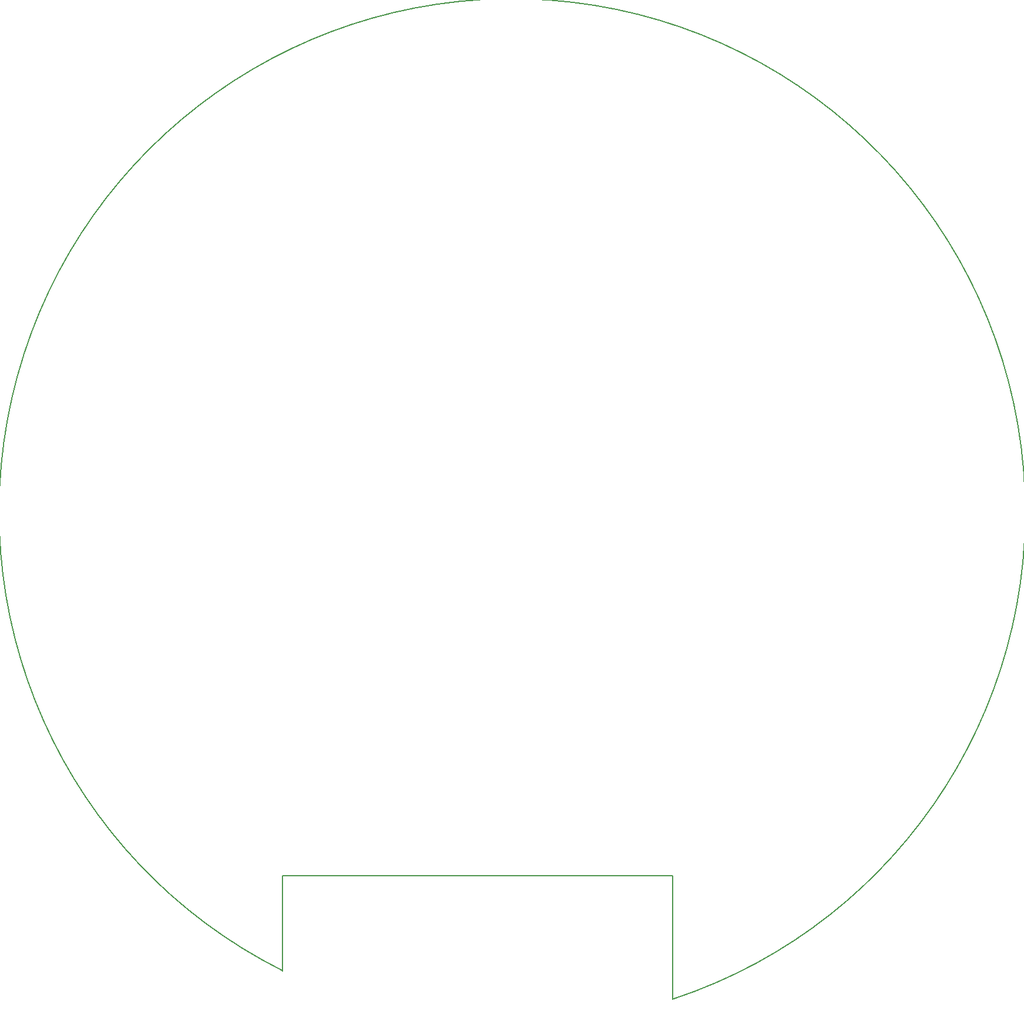
<source format=gm1>
G04 #@! TF.GenerationSoftware,KiCad,Pcbnew,(5.0.0)*
G04 #@! TF.CreationDate,2019-02-04T22:48:54-05:00*
G04 #@! TF.ProjectId,control board,636F6E74726F6C20626F6172642E6B69,rev?*
G04 #@! TF.SameCoordinates,Original*
G04 #@! TF.FileFunction,Profile,NP*
%FSLAX46Y46*%
G04 Gerber Fmt 4.6, Leading zero omitted, Abs format (unit mm)*
G04 Created by KiCad (PCBNEW (5.0.0)) date 02/04/19 22:48:54*
%MOMM*%
%LPD*%
G01*
G04 APERTURE LIST*
%ADD10C,0.150000*%
%ADD11C,0.200000*%
G04 APERTURE END LIST*
D10*
X68588402Y-168385194D02*
G75*
G02X124713999Y-172465999I33011598J66023194D01*
G01*
X124714000Y-154686000D02*
X124714000Y-172466000D01*
X68580000Y-154686000D02*
X68580000Y-168402000D01*
D11*
X68580000Y-154686000D02*
X124714000Y-154686000D01*
M02*

</source>
